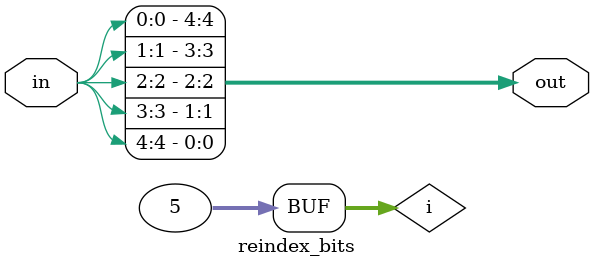
<source format=sv>


// This module mult breaks down the basics of multiplying two fractionals 16-bit width numbers
// where the msb if the signed bit and the rest are fractional bits
module mult	
	#(parameter bit_width = 16)
		   (input logic signed  [bit_width - 1:0] a,
			input logic signed  [bit_width - 1:0] b,
			output logic signed [bit_width - 1:0] out);
			
		logic [2*bit_width - 1:0] mult_a_b;
		
		assign mult_a_b = a * b; // multiplying two fractional bits with width 16 bits to 
								// get out a 32-bit result then we scale back by 2^15 to get 
								// a number with 16-bit result and a rounding factor. 
		// assign mult_a_b = mult_a_b_unround[2*bit_width-2:bit_width-1];
		assign out = mult_a_b[2*bit_width-2:bit_width-1] + mult_a_b[bit_width - 2];
		
endmodule

// This is the module where the FOIL comes into play for multiplying complex numbers in the form of 
// (a_re + a_im) * (b_re +b_im) = (a_re * b_re + a_re * b_im + a_im * b_re + a_im * b_im) = out_re + out_im

module complex_mult
	#(parameter bit_width = 16)
			
			// Inputs a and b are 32-bits of the form x = {x_re, x_im}, where x_re and x_im are 16-bits wide
			(input logic signed [2*bit_width - 1:0] a,  
			 input logic signed [2*bit_width - 1:0] b, 
			 output logic signed [2*bit_width - 1:0] out);
	
	  logic signed [bit_width-1:0] a_re, b_re, a_im, b_im, out_re, out_im;		// All 16-bits wide
	  
	  // Assign Re and Im components from full a and b
	  assign a_re = a[2*bit_width - 1:bit_width];
	  assign a_im = a[bit_width-1:0];
	  assign b_re = b[2*bit_width - 1:bit_width];
	  assign b_im = b[bit_width-1:0];
	  
	  // Applying the mult module to carry out FOIL multiplication of Re and Im components 
	  logic signed [bit_width-1:0] c_re_re, c_im_im, c_re_im, c_im_re;
	  
	  mult mult_re_re (a_re, b_re, c_re_re);		// /(a_re) x (b_re) = c_re_re (which is 15-bits)
	  mult mult_im_im (a_im, b_im, c_im_im);
	  mult mult_re_im (a_re, b_im, c_re_im);
	  mult mult_im_re (a_im, b_re, c_im_re);
	  
	  // Combining like-terms for simplication 
	  assign out_re = (c_re_re) - (c_im_im);
	  assign out_im = (c_re_im) + (c_im_re);
	  
	  // Concatenation of Re and Im componets for the final complex output
	  assign out = {out_re, out_im};

endmodule
// Bit reversal 

module reindex_bits
	#(parameter L = 5) // instaniating L = layers and this is based on our FFT size where
						// 2^L = FFT size so therefore 2^(11) = 2048 FFT size
			(input logic [L - 1:0] in,
			output logic [L - 1:0] out);
			
	int i;
		always_comb begin
			for (i = 0; i < L; i++)
				out[i] = in[L-1-i];
		end
endmodule
			
			

</source>
